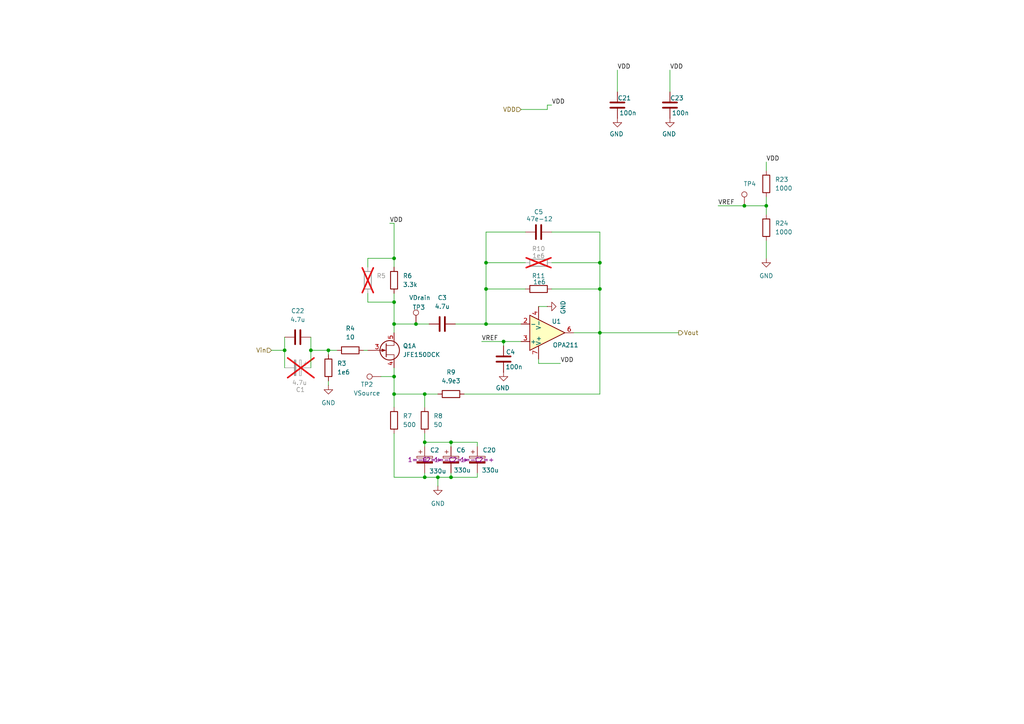
<source format=kicad_sch>
(kicad_sch (version 20250114) (generator "eeschema") (generator_version "9.0")
  (paper "A4")
  (lib_symbols
    (symbol "Amplifier_Operational:OPA188xxD" (pin_names (offset 0.127))
      (property "Reference" "U" (at 0 6.35 0))
      (property "Value" "OPA188xxD" (at 0 3.81 0))
      (symbol "OPA188xxD_0_1"
        (polyline (pts (xy -5.08 5.08) (xy 5.08 0) (xy -5.08 -5.08) (xy -5.08 5.08)) (stroke (width 0.254)) (fill (type background)))
      )
      (symbol "OPA188xxD_1_1"
        (pin input line (at -7.62 2.54 0) (length 2.54) (name "+") (number "3"))
        (pin input line (at -7.62 -2.54 0) (length 2.54) (name "-") (number "2"))
        (pin power_in line (at -2.54 7.62 270) (length 3.81) (name "V+") (number "7"))
        (pin no_connect line (at -2.54 2.54 270) (length 2.54) (hide yes) (name "NC") (number "1"))
        (pin power_in line (at -2.54 -7.62 90) (length 3.81) (name "V-") (number "4"))
        (pin no_connect line (at 0 2.54 270) (length 2.54) (hide yes) (name "NC") (number "5"))
        (pin no_connect line (at 0 -2.54 90) (length 2.54) (hide yes) (name "NC") (number "8"))
        (pin output line (at 7.62 0 180) (length 2.54) (name "~") (number "6"))
      )
    )
    (symbol "Connector:TestPoint" (pin_numbers (hide yes)) (pin_names (offset 0.762) (hide yes))
      (property "Reference" "TP" (at 0 6.858 0))
      (property "Value" "TestPoint" (at 0 5.08 0))
      (symbol "TestPoint_0_1"
        (circle (center 0 3.302) (radius 0.762))
      )
      (symbol "TestPoint_1_1"
        (pin passive line (at 0 0 90) (length 2.54) (name "1") (number "1"))
      )
    )
    (symbol "Device:C" (pin_numbers (hide yes)) (pin_names (offset 0.254))
      (property "Reference" "C" (at 0.635 2.54 0))
      (property "Value" "C" (at 0.635 -2.54 0))
      (symbol "C_0_1"
        (polyline (pts (xy -2.032 0.762) (xy 2.032 0.762)) (stroke (width 0.508)))
        (polyline (pts (xy -2.032 -0.762) (xy 2.032 -0.762)) (stroke (width 0.508)))
      )
      (symbol "C_1_1"
        (pin passive line (at 0 3.81 270) (length 2.794) (name "~") (number "1"))
        (pin passive line (at 0 -3.81 90) (length 2.794) (name "~") (number "2"))
      )
    )
    (symbol "Device:C_Polarized" (pin_numbers (hide yes)) (pin_names (offset 0.254))
      (property "Reference" "C" (at 0.635 2.54 0))
      (property "Value" "C_Polarized" (at 0.635 -2.54 0))
      (symbol "C_Polarized_0_1"
        (rectangle (start -2.286 0.508) (end 2.286 1.016))
        (polyline (pts (xy -1.778 2.286) (xy -0.762 2.286)))
        (polyline (pts (xy -1.27 2.794) (xy -1.27 1.778)))
        (rectangle (start 2.286 -0.508) (end -2.286 -1.016) (fill (type outline)))
      )
      (symbol "C_Polarized_1_1"
        (pin passive line (at 0 3.81 270) (length 2.794) (name "~") (number "1"))
        (pin passive line (at 0 -3.81 90) (length 2.794) (name "~") (number "2"))
      )
    )
    (symbol "Device:R" (pin_numbers (hide yes)) (pin_names (offset 0))
      (property "Reference" "R" (at 2.032 0 90))
      (property "Value" "R" (at 0 0 90))
      (symbol "R_0_1"
        (rectangle (start -1.016 -2.54) (end 1.016 2.54) (stroke (width 0.254)))
      )
      (symbol "R_1_1"
        (pin passive line (at 0 3.81 270) (length 1.27) (name "~") (number "1"))
        (pin passive line (at 0 -3.81 90) (length 1.27) (name "~") (number "2"))
      )
    )
    (symbol "Transistor_FET:JFE150DCK"
      (property "Reference" "Q" (at 5.08 1.27 0))
      (property "Value" "JFE150DCK" (at 7.62 -1.27 0))
      (symbol "JFE150DCK_1_1"
        (polyline (pts (xy 0 0) (xy -1.016 0.381) (xy -1.016 -0.381) (xy 0 0)) (fill (type outline)))
        (polyline (pts (xy 0.254 1.905) (xy 0.254 -1.905) (xy 0.254 -1.905)) (stroke (width 0.254)))
        (circle (center 1.27 0) (radius 2.8194) (stroke (width 0.254)))
        (polyline (pts (xy 2.54 2.54) (xy 2.54 1.397) (xy 0.254 1.397)))
        (polyline (pts (xy 2.54 -2.54) (xy 2.54 -1.27) (xy 0.254 -1.27)))
        (pin input line (at -5.08 0 0) (length 5.334) (name "~") (number "3"))
        (pin passive line (at 2.54 5.08 270) (length 2.54) (name "~") (number "5"))
        (pin passive line (at 2.54 -5.08 90) (length 2.54) (name "~") (number "4"))
      )
      (symbol "JFE150DCK_2_0"
        (pin passive line (at 0 10.16 270) (length 5.08) (name "VCH") (number "1"))
        (pin passive line (at 0 -10.16 90) (length 5.08) (name "VCL") (number "2"))
      )
      (symbol "JFE150DCK_2_1"
        (rectangle (start -2.54 5.08) (end 2.54 -5.08) (stroke (width 0.254)) (fill (type background)))
      )
    )
    (symbol "power:GND" (power) (pin_numbers (hide yes)) (pin_names (offset 0) (hide yes))
      (property "Value" "GND" (at 0 -3.81 0))
      (symbol "GND_0_1"
        (polyline (pts (xy 0 0) (xy 0 -1.27) (xy 1.27 -1.27) (xy 0 -2.54) (xy -1.27 -1.27) (xy 0 -1.27)))
      )
      (symbol "GND_1_1"
        (pin power_in line (at 0 0 270) (length 0) (name "~") (number "1"))
      )
    )
  )
  (junction (at 173.99 76.2))
  (junction (at 114.3 114.3))
  (junction (at 114.3 93.98))
  (junction (at 140.97 93.98))
  (junction (at 222.25 59.69))
  (junction (at 123.19 138.43))
  (junction (at 114.3 109.22))
  (junction (at 120.65 93.98))
  (junction (at 140.97 83.82))
  (junction (at 114.3 87.63))
  (junction (at 140.97 76.2))
  (junction (at 114.3 74.93))
  (junction (at 95.25 101.6))
  (junction (at 173.99 83.82))
  (junction (at 82.55 101.6))
  (junction (at 127 138.43))
  (junction (at 90.17 101.6))
  (junction (at 130.81 128.27))
  (junction (at 146.05 99.06))
  (junction (at 123.19 128.27))
  (junction (at 215.9 59.69))
  (junction (at 123.19 114.3))
  (junction (at 173.99 96.52))
  (junction (at 130.81 138.43))
  (wire (pts (xy 222.25 57.15) (xy 222.25 59.69)))
  (wire (pts (xy 162.56 105.41) (xy 156.21 105.41)))
  (wire (pts (xy 127 140.97) (xy 127 138.43)))
  (wire (pts (xy 152.4 76.2) (xy 140.97 76.2)))
  (wire (pts (xy 123.19 118.11) (xy 123.19 114.3)))
  (wire (pts (xy 152.4 83.82) (xy 140.97 83.82)))
  (wire (pts (xy 123.19 138.43) (xy 127 138.43)))
  (wire (pts (xy 95.25 110.49) (xy 95.25 111.76)))
  (wire (pts (xy 114.3 85.09) (xy 114.3 87.63)))
  (wire (pts (xy 140.97 83.82) (xy 140.97 93.98)))
  (wire (pts (xy 105.41 101.6) (xy 106.68 101.6)))
  (wire (pts (xy 114.3 125.73) (xy 114.3 138.43)))
  (wire (pts (xy 114.3 114.3) (xy 123.19 114.3)))
  (wire (pts (xy 114.3 87.63) (xy 114.3 93.98)))
  (wire (pts (xy 138.43 128.27) (xy 130.81 128.27)))
  (wire (pts (xy 127 138.43) (xy 130.81 138.43)))
  (wire (pts (xy 222.25 46.99) (xy 222.25 49.53)))
  (wire (pts (xy 158.75 88.9) (xy 156.21 88.9)))
  (wire (pts (xy 82.55 97.79) (xy 82.55 101.6)))
  (wire (pts (xy 208.28 59.69) (xy 215.9 59.69)))
  (wire (pts (xy 95.25 101.6) (xy 95.25 102.87)))
  (wire (pts (xy 146.05 100.33) (xy 146.05 99.06)))
  (wire (pts (xy 222.25 74.93) (xy 222.25 69.85)))
  (wire (pts (xy 173.99 67.31) (xy 160.02 67.31)))
  (wire (pts (xy 173.99 114.3) (xy 173.99 96.52)))
  (wire (pts (xy 134.62 114.3) (xy 173.99 114.3)))
  (wire (pts (xy 106.68 74.93) (xy 114.3 74.93)))
  (wire (pts (xy 160.02 30.48) (xy 158.75 30.48)))
  (wire (pts (xy 130.81 129.54) (xy 130.81 128.27)))
  (wire (pts (xy 123.19 138.43) (xy 123.19 137.16)))
  (wire (pts (xy 138.43 129.54) (xy 138.43 128.27)))
  (wire (pts (xy 123.19 114.3) (xy 127 114.3)))
  (wire (pts (xy 114.3 93.98) (xy 120.65 93.98)))
  (wire (pts (xy 130.81 138.43) (xy 130.81 137.16)))
  (wire (pts (xy 95.25 101.6) (xy 97.79 101.6)))
  (wire (pts (xy 158.75 31.75) (xy 151.13 31.75)))
  (wire (pts (xy 106.68 77.47) (xy 106.68 74.93)))
  (wire (pts (xy 194.31 20.32) (xy 194.31 26.67)))
  (wire (pts (xy 110.49 109.22) (xy 114.3 109.22)))
  (wire (pts (xy 82.55 106.68) (xy 82.55 101.6)))
  (wire (pts (xy 158.75 30.48) (xy 158.75 31.75)))
  (wire (pts (xy 106.68 87.63) (xy 114.3 87.63)))
  (wire (pts (xy 140.97 67.31) (xy 140.97 76.2)))
  (wire (pts (xy 114.3 138.43) (xy 123.19 138.43)))
  (wire (pts (xy 222.25 59.69) (xy 222.25 62.23)))
  (wire (pts (xy 113.03 64.77) (xy 114.3 64.77)))
  (wire (pts (xy 179.07 20.32) (xy 179.07 26.67)))
  (wire (pts (xy 173.99 67.31) (xy 173.99 76.2)))
  (wire (pts (xy 123.19 128.27) (xy 123.19 125.73)))
  (wire (pts (xy 90.17 101.6) (xy 95.25 101.6)))
  (wire (pts (xy 215.9 59.69) (xy 222.25 59.69)))
  (wire (pts (xy 123.19 128.27) (xy 130.81 128.27)))
  (wire (pts (xy 114.3 64.77) (xy 114.3 74.93)))
  (wire (pts (xy 160.02 83.82) (xy 173.99 83.82)))
  (wire (pts (xy 139.7 99.06) (xy 146.05 99.06)))
  (wire (pts (xy 106.68 85.09) (xy 106.68 87.63)))
  (wire (pts (xy 152.4 67.31) (xy 140.97 67.31)))
  (wire (pts (xy 138.43 137.16) (xy 138.43 138.43)))
  (wire (pts (xy 114.3 109.22) (xy 114.3 114.3)))
  (wire (pts (xy 151.13 99.06) (xy 146.05 99.06)))
  (wire (pts (xy 114.3 114.3) (xy 114.3 118.11)))
  (wire (pts (xy 130.81 138.43) (xy 138.43 138.43)))
  (wire (pts (xy 78.74 101.6) (xy 82.55 101.6)))
  (wire (pts (xy 114.3 106.68) (xy 114.3 109.22)))
  (wire (pts (xy 173.99 76.2) (xy 173.99 83.82)))
  (wire (pts (xy 166.37 96.52) (xy 173.99 96.52)))
  (wire (pts (xy 90.17 97.79) (xy 90.17 101.6)))
  (wire (pts (xy 151.13 93.98) (xy 140.97 93.98)))
  (wire (pts (xy 114.3 93.98) (xy 114.3 96.52)))
  (wire (pts (xy 173.99 83.82) (xy 173.99 96.52)))
  (wire (pts (xy 114.3 74.93) (xy 114.3 77.47)))
  (wire (pts (xy 132.08 93.98) (xy 140.97 93.98)))
  (wire (pts (xy 140.97 76.2) (xy 140.97 83.82)))
  (wire (pts (xy 90.17 106.68) (xy 90.17 101.6)))
  (wire (pts (xy 160.02 76.2) (xy 173.99 76.2)))
  (wire (pts (xy 173.99 96.52) (xy 196.85 96.52)))
  (wire (pts (xy 120.65 93.98) (xy 124.46 93.98)))
  (wire (pts (xy 123.19 129.54) (xy 123.19 128.27)))
  (wire (pts (xy 156.21 105.41) (xy 156.21 104.14)))
  (label "VDD" (at 194.31 20.32 0))
  (label "VDD" (at 113.03 64.77 0))
  (label "VDD" (at 160.02 30.48 0))
  (label "VDD" (at 179.07 20.32 0))
  (label "VREF" (at 208.28 59.69 0))
  (label "VDD" (at 162.56 105.41 0))
  (label "VREF" (at 139.7 99.06 0))
  (label "VDD" (at 222.25 46.99 0))
  (hierarchical_label "Vout" (shape output) (at 196.85 96.52 0))
  (hierarchical_label "VDD" (shape input) (at 151.13 31.75 180))
  (hierarchical_label "Vin" (shape input) (at 78.74 101.6 180))
  (symbol (lib_id "Transistor_FET:JFE150DCK") (at 111.76 101.6 0) (unit 1)
    (property "Reference" "Q1" (at 116.84 100.3299 0) (effects (justify left)))
    (property "Value" "JFE150DCK" (at 116.84 102.8699 0) (effects (justify left)))
    (property "Footprint" "Package_TO_SOT_SMD:SOT-353_SC-70-5" (effects (hide yes)))
    (property "Datasheet" "https://www.ti.com/lit/ds/symlink/jfe150.pdf" (effects (hide yes)))
    (property "Description" "Ultra-Low-Noise, Low-Gate-Current, Audio, N-Channel JFET, SC-70-5" (effects (hide yes)))
    (property "Sim.Device" "NJFET" (effects (hide yes)))
    (property "Sim.Library" "/home/jli/Downloads/slpm366/jfe150_fet_only.lib" (effects (hide yes)))
    (property "Sim.Name" "NJFE150" (effects (hide yes)))
    (property "Sim.Pins" "3=G 4=S 5=D" (effects (hide yes)))
    (property "Sim.Type" "SHICHMANHODGES" (effects (hide yes)))
  )
  (symbol (lib_id "Device:C") (at 156.21 67.31 90) (unit 1)
    (property "Reference" "C5" (at 156.21 61.468 90))
    (property "Value" "47e-12" (at 156.464 63.5 90))
    (property "Footprint" "Capacitor_SMD:C_0603_1608Metric_Pad1.08x0.95mm_HandSolder" (effects (hide yes)))
    (property "Description" "Unpolarized capacitor" (effects (hide yes)))
    (property "Tolérance" "5 % " (effects (hide yes)))
  )
  (symbol (lib_id "Device:R") (at 222.25 66.04 0) (unit 1)
    (property "Reference" "R24" (at 224.79 64.7699 0) (effects (justify left)))
    (property "Value" "1000" (at 224.79 67.3099 0) (effects (justify left)))
    (property "Footprint" "Resistor_SMD:R_0603_1608Metric_Pad0.98x0.95mm_HandSolder" (effects (hide yes)))
    (property "Description" "Resistor" (effects (hide yes)))
  )
  (symbol (lib_id "Device:C_Polarized") (at 130.81 133.35 0) (unit 1) (exclude_from_sim yes)
    (property "Reference" "C6" (at 132.334 130.556 0) (effects (justify left)))
    (property "Value" "330u" (at 131.572 136.398 0) (effects (justify left)))
    (property "Footprint" "Capacitor_Tantalum_SMD:CP_EIA-6032-28_Kemet-C_HandSolder" (effects (hide yes)))
    (property "Description" "Polarized capacitor" (effects (hide yes)))
    (property "MOUSER" "https://www.mouser.fr/ProductDetail/KEMET/T491C476K016AT7280?qs=xy9o06WtvdAL1dZb68BLRw%3D%3D" (effects (hide yes)))
    (property "Sim.Device" "C" (at 130.81 133.35 0))
    (property "Sim.Pins" "1=- 2=+" (at 130.81 133.35 0))
  )
  (symbol (lib_id "power:GND") (at 222.25 74.93 0) (unit 1)
    (property "Reference" "#PWR023" (effects (hide yes)))
    (property "Value" "GND" (at 222.25 80.01 0))
    (property "Description" "Power symbol creates a global label with name \"GND\" , ground" (effects (hide yes)))
  )
  (symbol (lib_id "Device:R") (at 101.6 101.6 90) (unit 1)
    (property "Reference" "R4" (at 101.6 95.25 90))
    (property "Value" "10" (at 101.6 97.79 90))
    (property "Footprint" "Resistor_SMD:R_0603_1608Metric_Pad0.98x0.95mm_HandSolder" (effects (hide yes)))
    (property "Description" "Resistor" (effects (hide yes)))
  )
  (symbol (lib_id "Device:C_Polarized") (at 138.43 133.35 0) (unit 1) (exclude_from_sim yes)
    (property "Reference" "C20" (at 139.954 130.556 0) (effects (justify left)))
    (property "Value" "330u" (at 139.7 136.398 0) (effects (justify left)))
    (property "Footprint" "Capacitor_Tantalum_SMD:CP_EIA-6032-28_Kemet-C_HandSolder" (effects (hide yes)))
    (property "Description" "Polarized capacitor" (effects (hide yes)))
    (property "MOUSER" "https://www.mouser.fr/ProductDetail/KEMET/T491C476K016AT7280?qs=xy9o06WtvdAL1dZb68BLRw%3D%3D" (effects (hide yes)))
    (property "Sim.Device" "C" (at 138.43 133.35 0))
    (property "Sim.Pins" "1=- 2=+" (at 138.43 133.35 0))
  )
  (symbol (lib_id "Device:C_Polarized") (at 123.19 133.35 0) (unit 1)
    (property "Reference" "C2" (at 124.714 130.556 0) (effects (justify left)))
    (property "Value" "330u" (at 124.46 136.652 0) (effects (justify left)))
    (property "Footprint" "Capacitor_Tantalum_SMD:CP_EIA-6032-28_Kemet-C_HandSolder" (effects (hide yes)))
    (property "Description" "Polarized capacitor" (effects (hide yes)))
    (property "MOUSER" "https://www.mouser.fr/ProductDetail/KEMET/T491C476K016AT7280?qs=xy9o06WtvdAL1dZb68BLRw%3D%3D" (effects (hide yes)))
    (property "Sim.Device" "C" (at 123.19 133.35 0))
    (property "Sim.Pins" "1=- 2=+" (at 123.19 133.35 0))
    (property "Sim.Type" "=" (at 123.19 133.35 0))
    (property "Sim.Params" "c=990u" (effects (hide yes)))
  )
  (symbol (lib_id "Device:C") (at 179.07 30.48 0) (unit 1) (exclude_from_sim yes)
    (property "Reference" "C21" (at 181.102 28.448 0))
    (property "Value" "100n" (at 182.118 32.766 0))
    (property "Footprint" "Capacitor_SMD:C_0603_1608Metric_Pad1.08x0.95mm_HandSolder" (effects (hide yes)))
    (property "Description" "Unpolarized capacitor" (effects (hide yes)))
    (property "Tolérance" "5 % " (effects (hide yes)))
  )
  (symbol (lib_id "Device:R") (at 130.81 114.3 90) (unit 1)
    (property "Reference" "R9" (at 130.81 107.95 90))
    (property "Value" "4.9e3" (at 130.81 110.49 90))
    (property "Footprint" "Resistor_SMD:R_0603_1608Metric_Pad0.98x0.95mm_HandSolder" (effects (hide yes)))
    (property "Description" "Resistor" (effects (hide yes)))
  )
  (symbol (lib_id "Device:R") (at 156.21 76.2 90) (unit 1) (exclude_from_sim yes) (dnp yes)
    (property "Reference" "R10" (at 156.21 72.136 90))
    (property "Value" "1e6" (at 156.21 74.168 90))
    (property "Footprint" "Resistor_SMD:R_0603_1608Metric_Pad0.98x0.95mm_HandSolder" (effects (hide yes)))
    (property "Description" "Resistor" (effects (hide yes)))
  )
  (symbol (lib_id "power:GND") (at 95.25 111.76 0) (unit 1)
    (property "Reference" "#PWR04" (effects (hide yes)))
    (property "Value" "GND" (at 95.25 116.84 0))
    (property "Description" "Power symbol creates a global label with name \"GND\" , ground" (effects (hide yes)))
  )
  (symbol (lib_id "power:GND") (at 194.31 34.29 0) (unit 1)
    (property "Reference" "#PWR027" (effects (hide yes)))
    (property "Value" "GND" (at 194.056 38.862 0))
    (property "Description" "Power symbol creates a global label with name \"GND\" , ground" (effects (hide yes)))
  )
  (symbol (lib_id "Device:C") (at 194.31 30.48 0) (unit 1) (exclude_from_sim yes)
    (property "Reference" "C23" (at 196.342 28.448 0))
    (property "Value" "100n" (at 197.358 32.766 0))
    (property "Footprint" "Capacitor_SMD:C_0603_1608Metric_Pad1.08x0.95mm_HandSolder" (effects (hide yes)))
    (property "Description" "Unpolarized capacitor" (effects (hide yes)))
    (property "Tolérance" "5 % " (effects (hide yes)))
  )
  (symbol (lib_id "Device:R") (at 95.25 106.68 0) (unit 1)
    (property "Reference" "R3" (at 97.79 105.4099 0) (effects (justify left)))
    (property "Value" "1e6" (at 97.79 107.9499 0) (effects (justify left)))
    (property "Footprint" "Resistor_SMD:R_0603_1608Metric_Pad0.98x0.95mm_HandSolder" (effects (hide yes)))
    (property "Description" "Resistor" (effects (hide yes)))
    (property "Sim.Device" "R" (effects (hide yes)))
    (property "Sim.Pins" "1=+ 2=-" (effects (hide yes)))
    (property "Sim.Params" "r=1e6" (effects (hide yes)))
  )
  (symbol (lib_id "Device:R") (at 156.21 83.82 90) (unit 1)
    (property "Reference" "R11" (at 156.21 80.01 90))
    (property "Value" "1e6" (at 156.464 81.788 90))
    (property "Footprint" "Resistor_SMD:R_0603_1608Metric_Pad0.98x0.95mm_HandSolder" (effects (hide yes)))
    (property "Description" "Resistor" (effects (hide yes)))
  )
  (symbol (lib_id "Device:R") (at 106.68 81.28 0) (unit 1) (exclude_from_sim yes) (dnp yes)
    (property "Reference" "R5" (at 109.22 80.0099 0) (effects (justify left)))
    (property "Value" "10e3" (effects (hide yes)))
    (property "Footprint" "Resistor_SMD:R_0603_1608Metric_Pad0.98x0.95mm_HandSolder" (effects (hide yes)))
    (property "Description" "Resistor" (effects (hide yes)))
  )
  (symbol (lib_id "Device:C") (at 86.36 97.79 90) (unit 1)
    (property "Reference" "C22" (at 86.36 90.17 90))
    (property "Value" "4.7u" (at 86.36 92.71 90))
    (property "Footprint" "Capacitor_SMD:C_1206_3216Metric_Pad1.33x1.80mm_HandSolder" (effects (hide yes)))
    (property "Description" "Unpolarized capacitor" (effects (hide yes)))
    (property "Tolérance" " 20 % " (effects (hide yes)))
  )
  (symbol (lib_id "Device:R") (at 222.25 53.34 0) (unit 1)
    (property "Reference" "R23" (at 224.79 52.0699 0) (effects (justify left)))
    (property "Value" "1000" (at 224.79 54.6099 0) (effects (justify left)))
    (property "Footprint" "Resistor_SMD:R_0603_1608Metric_Pad0.98x0.95mm_HandSolder" (effects (hide yes)))
    (property "Description" "Resistor" (effects (hide yes)))
  )
  (symbol (lib_id "power:GND") (at 179.07 34.29 0) (unit 1)
    (property "Reference" "#PWR026" (effects (hide yes)))
    (property "Value" "GND" (at 178.816 38.862 0))
    (property "Description" "Power symbol creates a global label with name \"GND\" , ground" (effects (hide yes)))
  )
  (symbol (lib_id "Device:R") (at 123.19 121.92 0) (unit 1)
    (property "Reference" "R8" (at 125.73 120.6499 0) (effects (justify left)))
    (property "Value" "50" (at 125.73 123.1899 0) (effects (justify left)))
    (property "Footprint" "Resistor_SMD:R_0603_1608Metric_Pad0.98x0.95mm_HandSolder" (effects (hide yes)))
    (property "Description" "Resistor" (effects (hide yes)))
  )
  (symbol (lib_id "Amplifier_Operational:OPA188xxD") (at 158.75 96.52 0) (mirror x) (unit 1)
    (property "Reference" "U1" (at 160.02 93.218 0) (effects (justify left)))
    (property "Value" "OPA211" (at 160.274 100.076 0) (effects (justify left)))
    (property "Footprint" "Package_SO:SOIC-8_3.9x4.9mm_P1.27mm" (effects (hide yes)))
    (property "Datasheet" "http://www.ti.com/lit/ds/symlink/opa188.pdf" (effects (hide yes)))
    (property "Description" "Precision, Low-Noise, Rail-to-Rail Output, 36-V, Zero-Drift Operational Amplifier, SOIC-8" (effects (hide yes)))
    (property "Sim.Library" "/home/jli/Downloads/sbombw8a/OPAx211.LIB" (effects (hide yes)))
    (property "Sim.Name" "OPAx211" (effects (hide yes)))
    (property "Sim.Device" "SUBCKT" (effects (hide yes)))
    (property "Sim.Pins" "2=IN- 3=IN+ 4=VEE 6=OUT 7=VCC" (effects (hide yes)))
  )
  (symbol (lib_id "Connector:TestPoint") (at 215.9 59.69 0) (unit 1) (exclude_from_sim yes)
    (property "Reference" "TP4" (at 215.646 53.34 0) (effects (justify left)))
    (property "Value" "6V" (effects (hide yes)))
    (property "Footprint" "TestPoint:TestPoint_Loop_D1.80mm_Drill1.0mm_Beaded" (effects (hide yes)))
    (property "Description" "test point" (effects (hide yes)))
  )
  (symbol (lib_id "power:GND") (at 146.05 107.95 0) (unit 1)
    (property "Reference" "#PWR010" (effects (hide yes)))
    (property "Value" "GND" (at 145.796 112.522 0))
    (property "Description" "Power symbol creates a global label with name \"GND\" , ground" (effects (hide yes)))
  )
  (symbol (lib_id "power:GND") (at 158.75 88.9 90) (unit 1)
    (property "Reference" "#PWR011" (effects (hide yes)))
    (property "Value" "GND" (at 163.322 89.154 0))
    (property "Description" "Power symbol creates a global label with name \"GND\" , ground" (effects (hide yes)))
  )
  (symbol (lib_id "power:GND") (at 127 140.97 0) (unit 1)
    (property "Reference" "#PWR09" (effects (hide yes)))
    (property "Value" "GND" (at 127 146.05 0))
    (property "Description" "Power symbol creates a global label with name \"GND\" , ground" (effects (hide yes)))
  )
  (symbol (lib_id "Connector:TestPoint") (at 120.65 93.98 0) (unit 1) (exclude_from_sim yes)
    (property "Reference" "TP3" (at 119.634 89.154 0) (effects (justify left)))
    (property "Value" "VDrain" (at 118.618 86.36 0) (effects (justify left)))
    (property "Footprint" "TestPoint:TestPoint_Loop_D1.80mm_Drill1.0mm_Beaded" (effects (hide yes)))
    (property "Description" "test point" (effects (hide yes)))
  )
  (symbol (lib_id "Device:R") (at 114.3 81.28 0) (unit 1)
    (property "Reference" "R6" (at 116.84 80.0099 0) (effects (justify left)))
    (property "Value" "3.3k" (at 116.84 82.5499 0) (effects (justify left)))
    (property "Footprint" "Resistor_SMD:R_0603_1608Metric_Pad0.98x0.95mm_HandSolder" (effects (hide yes)))
    (property "Description" "Resistor" (effects (hide yes)))
  )
  (symbol (lib_id "Device:C") (at 128.27 93.98 90) (unit 1)
    (property "Reference" "C3" (at 128.27 86.36 90))
    (property "Value" "4.7u" (at 128.27 88.9 90))
    (property "Footprint" "Capacitor_SMD:C_1206_3216Metric_Pad1.33x1.80mm_HandSolder" (effects (hide yes)))
    (property "Description" "Unpolarized capacitor" (effects (hide yes)))
    (property "Tolérance" " 20 % " (effects (hide yes)))
  )
  (symbol (lib_id "Device:C") (at 146.05 104.14 0) (unit 1)
    (property "Reference" "C4" (at 148.082 102.108 0))
    (property "Value" "100n" (at 149.098 106.426 0))
    (property "Footprint" "Capacitor_SMD:C_0603_1608Metric_Pad1.08x0.95mm_HandSolder" (effects (hide yes)))
    (property "Description" "Unpolarized capacitor" (effects (hide yes)))
    (property "Tolérance" "5 % " (effects (hide yes)))
  )
  (symbol (lib_id "Connector:TestPoint") (at 110.49 109.22 90) (unit 1) (exclude_from_sim yes)
    (property "Reference" "TP2" (at 106.426 111.506 90))
    (property "Value" "VSource" (at 106.426 114.046 90))
    (property "Footprint" "TestPoint:TestPoint_Loop_D1.80mm_Drill1.0mm_Beaded" (effects (hide yes)))
    (property "Description" "test point" (effects (hide yes)))
  )
  (symbol (lib_id "Device:R") (at 114.3 121.92 0) (unit 1)
    (property "Reference" "R7" (at 116.84 120.6499 0) (effects (justify left)))
    (property "Value" "500" (at 116.84 123.1899 0) (effects (justify left)))
    (property "Footprint" "Resistor_SMD:R_0603_1608Metric_Pad0.98x0.95mm_HandSolder" (effects (hide yes)))
    (property "Description" "Resistor" (effects (hide yes)))
  )
  (symbol (lib_id "Device:C_Polarized") (at 86.36 106.68 270) (unit 1) (exclude_from_sim yes) (dnp yes)
    (property "Reference" "C1" (at 87.122 113.03 90))
    (property "Value" "4.7u" (at 86.868 110.998 90))
    (property "Footprint" "Capacitor_Tantalum_SMD:CP_EIA-3528-21_Kemet-B_HandSolder" (effects (hide yes)))
    (property "Description" "Polarized capacitor" (effects (hide yes)))
    (property "MOUSER" "https://www.mouser.fr/ProductDetail/KEMET/T491B475K016AT7280?qs=xy9o06WtvdB4hLWoh5%2FEjg%3D%3D" (effects (hide yes)))
  )
)
</source>
